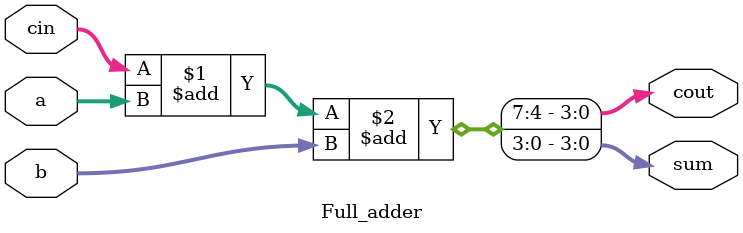
<source format=sv>
module Full_adder (a,b,cin, sum, cout );
  
  input [3:0] a, b, cin;
  output [3:0] sum, cout;
  
  assign {cout,sum} =cin+a+b;
  
endmodule

</source>
